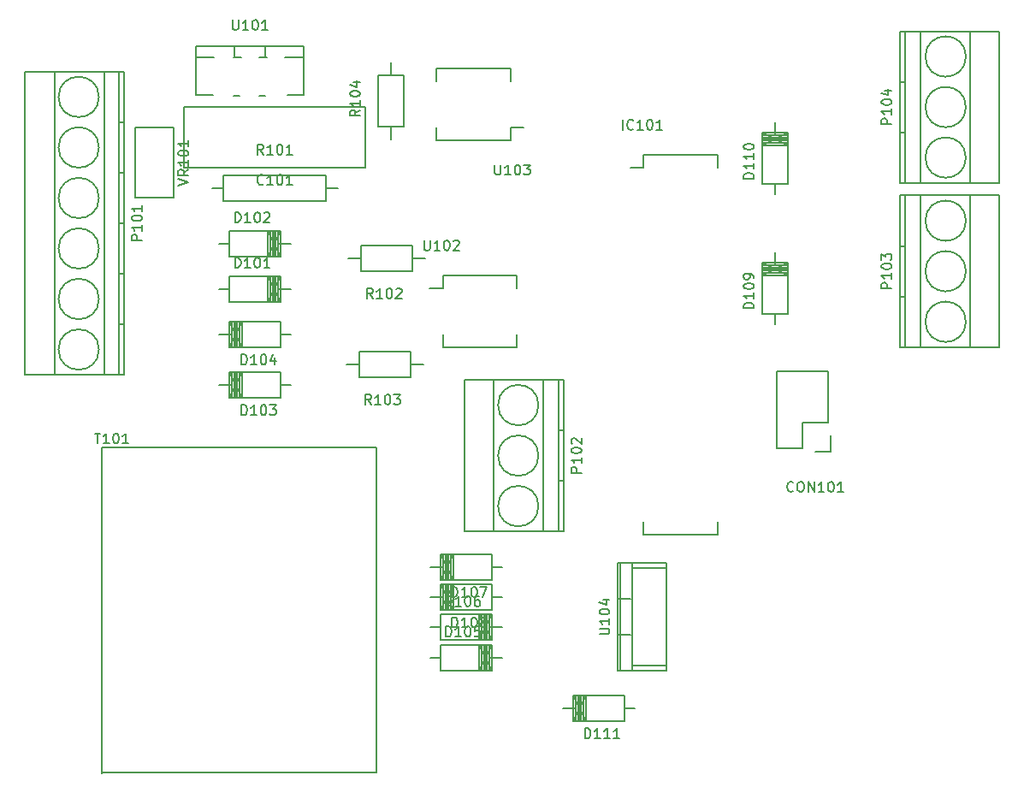
<source format=gbr>
G04 #@! TF.FileFunction,Legend,Top*
%FSLAX46Y46*%
G04 Gerber Fmt 4.6, Leading zero omitted, Abs format (unit mm)*
G04 Created by KiCad (PCBNEW (2016-04-29 BZR 6716)-stable) date Wed 03 Aug 2016 14:46:39 CEST*
%MOMM*%
%LPD*%
G01*
G04 APERTURE LIST*
%ADD10C,0.100000*%
%ADD11C,0.150000*%
G04 APERTURE END LIST*
D10*
D11*
X129015000Y-113225000D02*
X129015000Y-114495000D01*
X136365000Y-113225000D02*
X136365000Y-114495000D01*
X136365000Y-150835000D02*
X136365000Y-149565000D01*
X129015000Y-150835000D02*
X129015000Y-149565000D01*
X129015000Y-113225000D02*
X136365000Y-113225000D01*
X129015000Y-150835000D02*
X136365000Y-150835000D01*
X129015000Y-114495000D02*
X127730000Y-114495000D01*
X147270000Y-139770000D02*
X147270000Y-134690000D01*
X147550000Y-142590000D02*
X146000000Y-142590000D01*
X144730000Y-142310000D02*
X144730000Y-139770000D01*
X144730000Y-139770000D02*
X147270000Y-139770000D01*
X147270000Y-134690000D02*
X142190000Y-134690000D01*
X142190000Y-134690000D02*
X142190000Y-139770000D01*
X147550000Y-142590000D02*
X147550000Y-141040000D01*
X142190000Y-142310000D02*
X144730000Y-142310000D01*
X142190000Y-139770000D02*
X142190000Y-142310000D01*
X88040000Y-126500000D02*
X87024000Y-126500000D01*
X92866000Y-126500000D02*
X94136000Y-126500000D01*
X92612000Y-127770000D02*
X92612000Y-125230000D01*
X92358000Y-127770000D02*
X92358000Y-125230000D01*
X92104000Y-127770000D02*
X92104000Y-125230000D01*
X92866000Y-127770000D02*
X92866000Y-125230000D01*
X91850000Y-127770000D02*
X93120000Y-125230000D01*
X93120000Y-127770000D02*
X91850000Y-125230000D01*
X91850000Y-127770000D02*
X91850000Y-125230000D01*
X92485000Y-127770000D02*
X92485000Y-125230000D01*
X93120000Y-125230000D02*
X93120000Y-127770000D01*
X93120000Y-127770000D02*
X88040000Y-127770000D01*
X88040000Y-127770000D02*
X88040000Y-125230000D01*
X88040000Y-125230000D02*
X93120000Y-125230000D01*
X88040000Y-122000000D02*
X87024000Y-122000000D01*
X92866000Y-122000000D02*
X94136000Y-122000000D01*
X92612000Y-123270000D02*
X92612000Y-120730000D01*
X92358000Y-123270000D02*
X92358000Y-120730000D01*
X92104000Y-123270000D02*
X92104000Y-120730000D01*
X92866000Y-123270000D02*
X92866000Y-120730000D01*
X91850000Y-123270000D02*
X93120000Y-120730000D01*
X93120000Y-123270000D02*
X91850000Y-120730000D01*
X91850000Y-123270000D02*
X91850000Y-120730000D01*
X92485000Y-123270000D02*
X92485000Y-120730000D01*
X93120000Y-120730000D02*
X93120000Y-123270000D01*
X93120000Y-123270000D02*
X88040000Y-123270000D01*
X88040000Y-123270000D02*
X88040000Y-120730000D01*
X88040000Y-120730000D02*
X93120000Y-120730000D01*
X93120000Y-135997460D02*
X94136000Y-135997460D01*
X88294000Y-135997460D02*
X87024000Y-135997460D01*
X88548000Y-134727460D02*
X88548000Y-137267460D01*
X88802000Y-134727460D02*
X88802000Y-137267460D01*
X89056000Y-134727460D02*
X89056000Y-137267460D01*
X88294000Y-134727460D02*
X88294000Y-137267460D01*
X89310000Y-134727460D02*
X88040000Y-137267460D01*
X88040000Y-134727460D02*
X89310000Y-137267460D01*
X89310000Y-134727460D02*
X89310000Y-137267460D01*
X88675000Y-134727460D02*
X88675000Y-137267460D01*
X88040000Y-137267460D02*
X88040000Y-134727460D01*
X88040000Y-134727460D02*
X93120000Y-134727460D01*
X93120000Y-134727460D02*
X93120000Y-137267460D01*
X93120000Y-137267460D02*
X88040000Y-137267460D01*
X93120000Y-130997460D02*
X94136000Y-130997460D01*
X88294000Y-130997460D02*
X87024000Y-130997460D01*
X88548000Y-129727460D02*
X88548000Y-132267460D01*
X88802000Y-129727460D02*
X88802000Y-132267460D01*
X89056000Y-129727460D02*
X89056000Y-132267460D01*
X88294000Y-129727460D02*
X88294000Y-132267460D01*
X89310000Y-129727460D02*
X88040000Y-132267460D01*
X88040000Y-129727460D02*
X89310000Y-132267460D01*
X89310000Y-129727460D02*
X89310000Y-132267460D01*
X88675000Y-129727460D02*
X88675000Y-132267460D01*
X88040000Y-132267460D02*
X88040000Y-129727460D01*
X88040000Y-129727460D02*
X93120000Y-129727460D01*
X93120000Y-129727460D02*
X93120000Y-132267460D01*
X93120000Y-132267460D02*
X88040000Y-132267460D01*
X108880000Y-163000000D02*
X107864000Y-163000000D01*
X113706000Y-163000000D02*
X114976000Y-163000000D01*
X113452000Y-164270000D02*
X113452000Y-161730000D01*
X113198000Y-164270000D02*
X113198000Y-161730000D01*
X112944000Y-164270000D02*
X112944000Y-161730000D01*
X113706000Y-164270000D02*
X113706000Y-161730000D01*
X112690000Y-164270000D02*
X113960000Y-161730000D01*
X113960000Y-164270000D02*
X112690000Y-161730000D01*
X112690000Y-164270000D02*
X112690000Y-161730000D01*
X113325000Y-164270000D02*
X113325000Y-161730000D01*
X113960000Y-161730000D02*
X113960000Y-164270000D01*
X113960000Y-164270000D02*
X108880000Y-164270000D01*
X108880000Y-164270000D02*
X108880000Y-161730000D01*
X108880000Y-161730000D02*
X113960000Y-161730000D01*
X108880000Y-160000000D02*
X107864000Y-160000000D01*
X113706000Y-160000000D02*
X114976000Y-160000000D01*
X113452000Y-161270000D02*
X113452000Y-158730000D01*
X113198000Y-161270000D02*
X113198000Y-158730000D01*
X112944000Y-161270000D02*
X112944000Y-158730000D01*
X113706000Y-161270000D02*
X113706000Y-158730000D01*
X112690000Y-161270000D02*
X113960000Y-158730000D01*
X113960000Y-161270000D02*
X112690000Y-158730000D01*
X112690000Y-161270000D02*
X112690000Y-158730000D01*
X113325000Y-161270000D02*
X113325000Y-158730000D01*
X113960000Y-158730000D02*
X113960000Y-161270000D01*
X113960000Y-161270000D02*
X108880000Y-161270000D01*
X108880000Y-161270000D02*
X108880000Y-158730000D01*
X108880000Y-158730000D02*
X113960000Y-158730000D01*
X113960000Y-154000000D02*
X114976000Y-154000000D01*
X109134000Y-154000000D02*
X107864000Y-154000000D01*
X109388000Y-152730000D02*
X109388000Y-155270000D01*
X109642000Y-152730000D02*
X109642000Y-155270000D01*
X109896000Y-152730000D02*
X109896000Y-155270000D01*
X109134000Y-152730000D02*
X109134000Y-155270000D01*
X110150000Y-152730000D02*
X108880000Y-155270000D01*
X108880000Y-152730000D02*
X110150000Y-155270000D01*
X110150000Y-152730000D02*
X110150000Y-155270000D01*
X109515000Y-152730000D02*
X109515000Y-155270000D01*
X108880000Y-155270000D02*
X108880000Y-152730000D01*
X108880000Y-152730000D02*
X113960000Y-152730000D01*
X113960000Y-152730000D02*
X113960000Y-155270000D01*
X113960000Y-155270000D02*
X108880000Y-155270000D01*
X113960000Y-157002540D02*
X114976000Y-157002540D01*
X109134000Y-157002540D02*
X107864000Y-157002540D01*
X109388000Y-155732540D02*
X109388000Y-158272540D01*
X109642000Y-155732540D02*
X109642000Y-158272540D01*
X109896000Y-155732540D02*
X109896000Y-158272540D01*
X109134000Y-155732540D02*
X109134000Y-158272540D01*
X110150000Y-155732540D02*
X108880000Y-158272540D01*
X108880000Y-155732540D02*
X110150000Y-158272540D01*
X110150000Y-155732540D02*
X110150000Y-158272540D01*
X109515000Y-155732540D02*
X109515000Y-158272540D01*
X108880000Y-158272540D02*
X108880000Y-155732540D01*
X108880000Y-155732540D02*
X113960000Y-155732540D01*
X113960000Y-155732540D02*
X113960000Y-158272540D01*
X113960000Y-158272540D02*
X108880000Y-158272540D01*
X142000000Y-128960000D02*
X142000000Y-129976000D01*
X142000000Y-124134000D02*
X142000000Y-122864000D01*
X143270000Y-124388000D02*
X140730000Y-124388000D01*
X143270000Y-124642000D02*
X140730000Y-124642000D01*
X143270000Y-124896000D02*
X140730000Y-124896000D01*
X143270000Y-124134000D02*
X140730000Y-124134000D01*
X143270000Y-125150000D02*
X140730000Y-123880000D01*
X143270000Y-123880000D02*
X140730000Y-125150000D01*
X143270000Y-125150000D02*
X140730000Y-125150000D01*
X143270000Y-124515000D02*
X140730000Y-124515000D01*
X140730000Y-123880000D02*
X143270000Y-123880000D01*
X143270000Y-123880000D02*
X143270000Y-128960000D01*
X143270000Y-128960000D02*
X140730000Y-128960000D01*
X140730000Y-128960000D02*
X140730000Y-123880000D01*
X142002540Y-116120000D02*
X142002540Y-117136000D01*
X142002540Y-111294000D02*
X142002540Y-110024000D01*
X143272540Y-111548000D02*
X140732540Y-111548000D01*
X143272540Y-111802000D02*
X140732540Y-111802000D01*
X143272540Y-112056000D02*
X140732540Y-112056000D01*
X143272540Y-111294000D02*
X140732540Y-111294000D01*
X143272540Y-112310000D02*
X140732540Y-111040000D01*
X143272540Y-111040000D02*
X140732540Y-112310000D01*
X143272540Y-112310000D02*
X140732540Y-112310000D01*
X143272540Y-111675000D02*
X140732540Y-111675000D01*
X140732540Y-111040000D02*
X143272540Y-111040000D01*
X143272540Y-111040000D02*
X143272540Y-116120000D01*
X143272540Y-116120000D02*
X140732540Y-116120000D01*
X140732540Y-116120000D02*
X140732540Y-111040000D01*
X106120000Y-124770000D02*
X101040000Y-124770000D01*
X101040000Y-124770000D02*
X101040000Y-122230000D01*
X101040000Y-122230000D02*
X106120000Y-122230000D01*
X106120000Y-122230000D02*
X106120000Y-124770000D01*
X106120000Y-123500000D02*
X107390000Y-123500000D01*
X101040000Y-123500000D02*
X99770000Y-123500000D01*
X105960000Y-135270000D02*
X100880000Y-135270000D01*
X100880000Y-135270000D02*
X100880000Y-132730000D01*
X100880000Y-132730000D02*
X105960000Y-132730000D01*
X105960000Y-132730000D02*
X105960000Y-135270000D01*
X105960000Y-134000000D02*
X107230000Y-134000000D01*
X100880000Y-134000000D02*
X99610000Y-134000000D01*
X102730000Y-110460000D02*
X102730000Y-105380000D01*
X102730000Y-105380000D02*
X105270000Y-105380000D01*
X105270000Y-105380000D02*
X105270000Y-110460000D01*
X105270000Y-110460000D02*
X102730000Y-110460000D01*
X104000000Y-110460000D02*
X104000000Y-111730000D01*
X104000000Y-105380000D02*
X104000000Y-104110000D01*
X82500000Y-117500000D02*
X82500000Y-110500000D01*
X78700000Y-117500000D02*
X78700000Y-110500000D01*
X78700000Y-110500000D02*
X82500000Y-110500000D01*
X78700000Y-117500000D02*
X82500000Y-117500000D01*
X75100000Y-107500000D02*
G75*
G03X75100000Y-107500000I-2000000J0D01*
G01*
X77100000Y-110000000D02*
X77600000Y-110000000D01*
X77100000Y-115000000D02*
X77600000Y-115000000D01*
X75100000Y-112500000D02*
G75*
G03X75100000Y-112500000I-2000000J0D01*
G01*
X77100000Y-120000000D02*
X77600000Y-120000000D01*
X75100000Y-117500000D02*
G75*
G03X75100000Y-117500000I-2000000J0D01*
G01*
X75100000Y-122500000D02*
G75*
G03X75100000Y-122500000I-2000000J0D01*
G01*
X77100000Y-125000000D02*
X77600000Y-125000000D01*
X77100000Y-130000000D02*
X77600000Y-130000000D01*
X75100000Y-127500000D02*
G75*
G03X75100000Y-127500000I-2000000J0D01*
G01*
X75100000Y-132500000D02*
G75*
G03X75100000Y-132500000I-2000000J0D01*
G01*
X75600000Y-135000000D02*
X75600000Y-105000000D01*
X70700000Y-135000000D02*
X70700000Y-105000000D01*
X77100000Y-135000000D02*
X77100000Y-105000000D01*
X77600000Y-135000000D02*
X77600000Y-105000000D01*
X77600000Y-105000000D02*
X67800000Y-105000000D01*
X67800000Y-105000000D02*
X67800000Y-135000000D01*
X67800000Y-135000000D02*
X77600000Y-135000000D01*
X95374000Y-103595000D02*
X93469000Y-103595000D01*
X90929000Y-103595000D02*
X91691000Y-103595000D01*
X88516000Y-103595000D02*
X88389000Y-103595000D01*
X88516000Y-103595000D02*
X89151000Y-103595000D01*
X84706000Y-103595000D02*
X86484000Y-103595000D01*
X84706000Y-107278000D02*
X86357000Y-107278000D01*
X89024000Y-107405000D02*
X88389000Y-107405000D01*
X91564000Y-107405000D02*
X90929000Y-107405000D01*
X95374000Y-107278000D02*
X93723000Y-107278000D01*
X88516000Y-102452000D02*
X88516000Y-103595000D01*
X91564000Y-102452000D02*
X91564000Y-103595000D01*
X95374000Y-103595000D02*
X95374000Y-107278000D01*
X84706000Y-107278000D02*
X84706000Y-103595000D01*
X95374000Y-102452000D02*
X95374000Y-103595000D01*
X84706000Y-103595000D02*
X84706000Y-102452000D01*
X90040000Y-102452000D02*
X84706000Y-102452000D01*
X90040000Y-102452000D02*
X95374000Y-102452000D01*
X109135000Y-125165000D02*
X109135000Y-126435000D01*
X116485000Y-125165000D02*
X116485000Y-126435000D01*
X116485000Y-132295000D02*
X116485000Y-131025000D01*
X109135000Y-132295000D02*
X109135000Y-131025000D01*
X109135000Y-125165000D02*
X116485000Y-125165000D01*
X109135000Y-132295000D02*
X116485000Y-132295000D01*
X109135000Y-126435000D02*
X107850000Y-126435000D01*
X115865000Y-111835000D02*
X115865000Y-110565000D01*
X108515000Y-111835000D02*
X108515000Y-110565000D01*
X108515000Y-104705000D02*
X108515000Y-105975000D01*
X115865000Y-104705000D02*
X115865000Y-105975000D01*
X115865000Y-111835000D02*
X108515000Y-111835000D01*
X115865000Y-104705000D02*
X108515000Y-104705000D01*
X115865000Y-110565000D02*
X117150000Y-110565000D01*
X101500000Y-114500000D02*
X83500000Y-114500000D01*
X83500000Y-114500000D02*
X83500000Y-108500000D01*
X83500000Y-108500000D02*
X101500000Y-108500000D01*
X101500000Y-108500000D02*
X101500000Y-114500000D01*
X87420000Y-115230000D02*
X87420000Y-117770000D01*
X87420000Y-117770000D02*
X97580000Y-117770000D01*
X97580000Y-117770000D02*
X97580000Y-115230000D01*
X97580000Y-115230000D02*
X87420000Y-115230000D01*
X98730000Y-116500000D02*
X97580000Y-116500000D01*
X86270000Y-116500000D02*
X87420000Y-116500000D01*
X118600000Y-138000000D02*
G75*
G03X118600000Y-138000000I-2000000J0D01*
G01*
X120600000Y-140500000D02*
X121100000Y-140500000D01*
X120600000Y-145500000D02*
X121100000Y-145500000D01*
X118600000Y-143000000D02*
G75*
G03X118600000Y-143000000I-2000000J0D01*
G01*
X118600000Y-148000000D02*
G75*
G03X118600000Y-148000000I-2000000J0D01*
G01*
X119100000Y-150500000D02*
X119100000Y-135500000D01*
X114200000Y-150500000D02*
X114200000Y-135500000D01*
X120600000Y-150500000D02*
X120600000Y-135500000D01*
X121100000Y-150500000D02*
X121100000Y-135500000D01*
X121100000Y-135500000D02*
X111300000Y-135500000D01*
X111300000Y-135500000D02*
X111300000Y-150500000D01*
X111300000Y-150500000D02*
X121100000Y-150500000D01*
X160900000Y-129750000D02*
G75*
G03X160900000Y-129750000I-2000000J0D01*
G01*
X154900000Y-127250000D02*
X154400000Y-127250000D01*
X154900000Y-122250000D02*
X154400000Y-122250000D01*
X160900000Y-124750000D02*
G75*
G03X160900000Y-124750000I-2000000J0D01*
G01*
X160900000Y-119750000D02*
G75*
G03X160900000Y-119750000I-2000000J0D01*
G01*
X156400000Y-117250000D02*
X156400000Y-132250000D01*
X161300000Y-117250000D02*
X161300000Y-132250000D01*
X154900000Y-117250000D02*
X154900000Y-132250000D01*
X154400000Y-117250000D02*
X154400000Y-132250000D01*
X154400000Y-132250000D02*
X164200000Y-132250000D01*
X164200000Y-132250000D02*
X164200000Y-117250000D01*
X164200000Y-117250000D02*
X154400000Y-117250000D01*
X160900000Y-113500000D02*
G75*
G03X160900000Y-113500000I-2000000J0D01*
G01*
X154900000Y-111000000D02*
X154400000Y-111000000D01*
X154900000Y-106000000D02*
X154400000Y-106000000D01*
X160900000Y-108500000D02*
G75*
G03X160900000Y-108500000I-2000000J0D01*
G01*
X160900000Y-103500000D02*
G75*
G03X160900000Y-103500000I-2000000J0D01*
G01*
X156400000Y-101000000D02*
X156400000Y-116000000D01*
X161300000Y-101000000D02*
X161300000Y-116000000D01*
X154900000Y-101000000D02*
X154900000Y-116000000D01*
X154400000Y-101000000D02*
X154400000Y-116000000D01*
X154400000Y-116000000D02*
X164200000Y-116000000D01*
X164200000Y-116000000D02*
X164200000Y-101000000D01*
X164200000Y-101000000D02*
X154400000Y-101000000D01*
X127120000Y-168000000D02*
X128136000Y-168000000D01*
X122294000Y-168000000D02*
X121024000Y-168000000D01*
X122548000Y-166730000D02*
X122548000Y-169270000D01*
X122802000Y-166730000D02*
X122802000Y-169270000D01*
X123056000Y-166730000D02*
X123056000Y-169270000D01*
X122294000Y-166730000D02*
X122294000Y-169270000D01*
X123310000Y-166730000D02*
X122040000Y-169270000D01*
X122040000Y-166730000D02*
X123310000Y-169270000D01*
X123310000Y-166730000D02*
X123310000Y-169270000D01*
X122675000Y-166730000D02*
X122675000Y-169270000D01*
X122040000Y-169270000D02*
X122040000Y-166730000D01*
X122040000Y-166730000D02*
X127120000Y-166730000D01*
X127120000Y-166730000D02*
X127120000Y-169270000D01*
X127120000Y-169270000D02*
X122040000Y-169270000D01*
X127849000Y-154134000D02*
X131278000Y-154134000D01*
X127849000Y-163786000D02*
X131278000Y-163786000D01*
X126706000Y-153626000D02*
X126706000Y-164294000D01*
X127722000Y-157182000D02*
X126452000Y-157182000D01*
X127722000Y-160738000D02*
X126452000Y-160738000D01*
X127849000Y-164294000D02*
X127849000Y-153626000D01*
X131278000Y-153626000D02*
X131278000Y-164294000D01*
X126452000Y-164294000D02*
X131278000Y-164294000D01*
X126452000Y-153626000D02*
X131278000Y-153626000D01*
X126452000Y-153626000D02*
X126452000Y-164294000D01*
X102600000Y-174350000D02*
X75400000Y-174350000D01*
X102600000Y-142150000D02*
X102600000Y-174350000D01*
X75400000Y-142150000D02*
X102600000Y-142150000D01*
X75400000Y-174450000D02*
X75400000Y-142150000D01*
X126951428Y-110752380D02*
X126951428Y-109752380D01*
X127999047Y-110657142D02*
X127951428Y-110704761D01*
X127808571Y-110752380D01*
X127713333Y-110752380D01*
X127570476Y-110704761D01*
X127475238Y-110609523D01*
X127427619Y-110514285D01*
X127380000Y-110323809D01*
X127380000Y-110180952D01*
X127427619Y-109990476D01*
X127475238Y-109895238D01*
X127570476Y-109800000D01*
X127713333Y-109752380D01*
X127808571Y-109752380D01*
X127951428Y-109800000D01*
X127999047Y-109847619D01*
X128951428Y-110752380D02*
X128380000Y-110752380D01*
X128665714Y-110752380D02*
X128665714Y-109752380D01*
X128570476Y-109895238D01*
X128475238Y-109990476D01*
X128380000Y-110038095D01*
X129570476Y-109752380D02*
X129665714Y-109752380D01*
X129760952Y-109800000D01*
X129808571Y-109847619D01*
X129856190Y-109942857D01*
X129903809Y-110133333D01*
X129903809Y-110371428D01*
X129856190Y-110561904D01*
X129808571Y-110657142D01*
X129760952Y-110704761D01*
X129665714Y-110752380D01*
X129570476Y-110752380D01*
X129475238Y-110704761D01*
X129427619Y-110657142D01*
X129380000Y-110561904D01*
X129332380Y-110371428D01*
X129332380Y-110133333D01*
X129380000Y-109942857D01*
X129427619Y-109847619D01*
X129475238Y-109800000D01*
X129570476Y-109752380D01*
X130856190Y-110752380D02*
X130284761Y-110752380D01*
X130570476Y-110752380D02*
X130570476Y-109752380D01*
X130475238Y-109895238D01*
X130380000Y-109990476D01*
X130284761Y-110038095D01*
X143833333Y-146497142D02*
X143785714Y-146544761D01*
X143642857Y-146592380D01*
X143547619Y-146592380D01*
X143404761Y-146544761D01*
X143309523Y-146449523D01*
X143261904Y-146354285D01*
X143214285Y-146163809D01*
X143214285Y-146020952D01*
X143261904Y-145830476D01*
X143309523Y-145735238D01*
X143404761Y-145640000D01*
X143547619Y-145592380D01*
X143642857Y-145592380D01*
X143785714Y-145640000D01*
X143833333Y-145687619D01*
X144452380Y-145592380D02*
X144642857Y-145592380D01*
X144738095Y-145640000D01*
X144833333Y-145735238D01*
X144880952Y-145925714D01*
X144880952Y-146259047D01*
X144833333Y-146449523D01*
X144738095Y-146544761D01*
X144642857Y-146592380D01*
X144452380Y-146592380D01*
X144357142Y-146544761D01*
X144261904Y-146449523D01*
X144214285Y-146259047D01*
X144214285Y-145925714D01*
X144261904Y-145735238D01*
X144357142Y-145640000D01*
X144452380Y-145592380D01*
X145309523Y-146592380D02*
X145309523Y-145592380D01*
X145880952Y-146592380D01*
X145880952Y-145592380D01*
X146880952Y-146592380D02*
X146309523Y-146592380D01*
X146595238Y-146592380D02*
X146595238Y-145592380D01*
X146500000Y-145735238D01*
X146404761Y-145830476D01*
X146309523Y-145878095D01*
X147500000Y-145592380D02*
X147595238Y-145592380D01*
X147690476Y-145640000D01*
X147738095Y-145687619D01*
X147785714Y-145782857D01*
X147833333Y-145973333D01*
X147833333Y-146211428D01*
X147785714Y-146401904D01*
X147738095Y-146497142D01*
X147690476Y-146544761D01*
X147595238Y-146592380D01*
X147500000Y-146592380D01*
X147404761Y-146544761D01*
X147357142Y-146497142D01*
X147309523Y-146401904D01*
X147261904Y-146211428D01*
X147261904Y-145973333D01*
X147309523Y-145782857D01*
X147357142Y-145687619D01*
X147404761Y-145640000D01*
X147500000Y-145592380D01*
X148785714Y-146592380D02*
X148214285Y-146592380D01*
X148500000Y-146592380D02*
X148500000Y-145592380D01*
X148404761Y-145735238D01*
X148309523Y-145830476D01*
X148214285Y-145878095D01*
X88582183Y-124412380D02*
X88582183Y-123412380D01*
X88820279Y-123412380D01*
X88963136Y-123460000D01*
X89058374Y-123555238D01*
X89105993Y-123650476D01*
X89153612Y-123840952D01*
X89153612Y-123983809D01*
X89105993Y-124174285D01*
X89058374Y-124269523D01*
X88963136Y-124364761D01*
X88820279Y-124412380D01*
X88582183Y-124412380D01*
X90105993Y-124412380D02*
X89534564Y-124412380D01*
X89820279Y-124412380D02*
X89820279Y-123412380D01*
X89725040Y-123555238D01*
X89629802Y-123650476D01*
X89534564Y-123698095D01*
X90725040Y-123412380D02*
X90820279Y-123412380D01*
X90915517Y-123460000D01*
X90963136Y-123507619D01*
X91010755Y-123602857D01*
X91058374Y-123793333D01*
X91058374Y-124031428D01*
X91010755Y-124221904D01*
X90963136Y-124317142D01*
X90915517Y-124364761D01*
X90820279Y-124412380D01*
X90725040Y-124412380D01*
X90629802Y-124364761D01*
X90582183Y-124317142D01*
X90534564Y-124221904D01*
X90486945Y-124031428D01*
X90486945Y-123793333D01*
X90534564Y-123602857D01*
X90582183Y-123507619D01*
X90629802Y-123460000D01*
X90725040Y-123412380D01*
X92010755Y-124412380D02*
X91439326Y-124412380D01*
X91725040Y-124412380D02*
X91725040Y-123412380D01*
X91629802Y-123555238D01*
X91534564Y-123650476D01*
X91439326Y-123698095D01*
X88582183Y-119912380D02*
X88582183Y-118912380D01*
X88820279Y-118912380D01*
X88963136Y-118960000D01*
X89058374Y-119055238D01*
X89105993Y-119150476D01*
X89153612Y-119340952D01*
X89153612Y-119483809D01*
X89105993Y-119674285D01*
X89058374Y-119769523D01*
X88963136Y-119864761D01*
X88820279Y-119912380D01*
X88582183Y-119912380D01*
X90105993Y-119912380D02*
X89534564Y-119912380D01*
X89820279Y-119912380D02*
X89820279Y-118912380D01*
X89725040Y-119055238D01*
X89629802Y-119150476D01*
X89534564Y-119198095D01*
X90725040Y-118912380D02*
X90820279Y-118912380D01*
X90915517Y-118960000D01*
X90963136Y-119007619D01*
X91010755Y-119102857D01*
X91058374Y-119293333D01*
X91058374Y-119531428D01*
X91010755Y-119721904D01*
X90963136Y-119817142D01*
X90915517Y-119864761D01*
X90820279Y-119912380D01*
X90725040Y-119912380D01*
X90629802Y-119864761D01*
X90582183Y-119817142D01*
X90534564Y-119721904D01*
X90486945Y-119531428D01*
X90486945Y-119293333D01*
X90534564Y-119102857D01*
X90582183Y-119007619D01*
X90629802Y-118960000D01*
X90725040Y-118912380D01*
X91439326Y-119007619D02*
X91486945Y-118960000D01*
X91582183Y-118912380D01*
X91820279Y-118912380D01*
X91915517Y-118960000D01*
X91963136Y-119007619D01*
X92010755Y-119102857D01*
X92010755Y-119198095D01*
X91963136Y-119340952D01*
X91391707Y-119912380D01*
X92010755Y-119912380D01*
X89196863Y-138989840D02*
X89196863Y-137989840D01*
X89434959Y-137989840D01*
X89577816Y-138037460D01*
X89673054Y-138132698D01*
X89720673Y-138227936D01*
X89768292Y-138418412D01*
X89768292Y-138561269D01*
X89720673Y-138751745D01*
X89673054Y-138846983D01*
X89577816Y-138942221D01*
X89434959Y-138989840D01*
X89196863Y-138989840D01*
X90720673Y-138989840D02*
X90149244Y-138989840D01*
X90434959Y-138989840D02*
X90434959Y-137989840D01*
X90339720Y-138132698D01*
X90244482Y-138227936D01*
X90149244Y-138275555D01*
X91339720Y-137989840D02*
X91434959Y-137989840D01*
X91530197Y-138037460D01*
X91577816Y-138085079D01*
X91625435Y-138180317D01*
X91673054Y-138370793D01*
X91673054Y-138608888D01*
X91625435Y-138799364D01*
X91577816Y-138894602D01*
X91530197Y-138942221D01*
X91434959Y-138989840D01*
X91339720Y-138989840D01*
X91244482Y-138942221D01*
X91196863Y-138894602D01*
X91149244Y-138799364D01*
X91101625Y-138608888D01*
X91101625Y-138370793D01*
X91149244Y-138180317D01*
X91196863Y-138085079D01*
X91244482Y-138037460D01*
X91339720Y-137989840D01*
X92006387Y-137989840D02*
X92625435Y-137989840D01*
X92292101Y-138370793D01*
X92434959Y-138370793D01*
X92530197Y-138418412D01*
X92577816Y-138466031D01*
X92625435Y-138561269D01*
X92625435Y-138799364D01*
X92577816Y-138894602D01*
X92530197Y-138942221D01*
X92434959Y-138989840D01*
X92149244Y-138989840D01*
X92054006Y-138942221D01*
X92006387Y-138894602D01*
X89196863Y-133989840D02*
X89196863Y-132989840D01*
X89434959Y-132989840D01*
X89577816Y-133037460D01*
X89673054Y-133132698D01*
X89720673Y-133227936D01*
X89768292Y-133418412D01*
X89768292Y-133561269D01*
X89720673Y-133751745D01*
X89673054Y-133846983D01*
X89577816Y-133942221D01*
X89434959Y-133989840D01*
X89196863Y-133989840D01*
X90720673Y-133989840D02*
X90149244Y-133989840D01*
X90434959Y-133989840D02*
X90434959Y-132989840D01*
X90339720Y-133132698D01*
X90244482Y-133227936D01*
X90149244Y-133275555D01*
X91339720Y-132989840D02*
X91434959Y-132989840D01*
X91530197Y-133037460D01*
X91577816Y-133085079D01*
X91625435Y-133180317D01*
X91673054Y-133370793D01*
X91673054Y-133608888D01*
X91625435Y-133799364D01*
X91577816Y-133894602D01*
X91530197Y-133942221D01*
X91434959Y-133989840D01*
X91339720Y-133989840D01*
X91244482Y-133942221D01*
X91196863Y-133894602D01*
X91149244Y-133799364D01*
X91101625Y-133608888D01*
X91101625Y-133370793D01*
X91149244Y-133180317D01*
X91196863Y-133085079D01*
X91244482Y-133037460D01*
X91339720Y-132989840D01*
X92530197Y-133323174D02*
X92530197Y-133989840D01*
X92292101Y-132942221D02*
X92054006Y-133656507D01*
X92673054Y-133656507D01*
X109422183Y-160912380D02*
X109422183Y-159912380D01*
X109660279Y-159912380D01*
X109803136Y-159960000D01*
X109898374Y-160055238D01*
X109945993Y-160150476D01*
X109993612Y-160340952D01*
X109993612Y-160483809D01*
X109945993Y-160674285D01*
X109898374Y-160769523D01*
X109803136Y-160864761D01*
X109660279Y-160912380D01*
X109422183Y-160912380D01*
X110945993Y-160912380D02*
X110374564Y-160912380D01*
X110660279Y-160912380D02*
X110660279Y-159912380D01*
X110565040Y-160055238D01*
X110469802Y-160150476D01*
X110374564Y-160198095D01*
X111565040Y-159912380D02*
X111660279Y-159912380D01*
X111755517Y-159960000D01*
X111803136Y-160007619D01*
X111850755Y-160102857D01*
X111898374Y-160293333D01*
X111898374Y-160531428D01*
X111850755Y-160721904D01*
X111803136Y-160817142D01*
X111755517Y-160864761D01*
X111660279Y-160912380D01*
X111565040Y-160912380D01*
X111469802Y-160864761D01*
X111422183Y-160817142D01*
X111374564Y-160721904D01*
X111326945Y-160531428D01*
X111326945Y-160293333D01*
X111374564Y-160102857D01*
X111422183Y-160007619D01*
X111469802Y-159960000D01*
X111565040Y-159912380D01*
X112803136Y-159912380D02*
X112326945Y-159912380D01*
X112279326Y-160388571D01*
X112326945Y-160340952D01*
X112422183Y-160293333D01*
X112660279Y-160293333D01*
X112755517Y-160340952D01*
X112803136Y-160388571D01*
X112850755Y-160483809D01*
X112850755Y-160721904D01*
X112803136Y-160817142D01*
X112755517Y-160864761D01*
X112660279Y-160912380D01*
X112422183Y-160912380D01*
X112326945Y-160864761D01*
X112279326Y-160817142D01*
X109422183Y-157912380D02*
X109422183Y-156912380D01*
X109660279Y-156912380D01*
X109803136Y-156960000D01*
X109898374Y-157055238D01*
X109945993Y-157150476D01*
X109993612Y-157340952D01*
X109993612Y-157483809D01*
X109945993Y-157674285D01*
X109898374Y-157769523D01*
X109803136Y-157864761D01*
X109660279Y-157912380D01*
X109422183Y-157912380D01*
X110945993Y-157912380D02*
X110374564Y-157912380D01*
X110660279Y-157912380D02*
X110660279Y-156912380D01*
X110565040Y-157055238D01*
X110469802Y-157150476D01*
X110374564Y-157198095D01*
X111565040Y-156912380D02*
X111660279Y-156912380D01*
X111755517Y-156960000D01*
X111803136Y-157007619D01*
X111850755Y-157102857D01*
X111898374Y-157293333D01*
X111898374Y-157531428D01*
X111850755Y-157721904D01*
X111803136Y-157817142D01*
X111755517Y-157864761D01*
X111660279Y-157912380D01*
X111565040Y-157912380D01*
X111469802Y-157864761D01*
X111422183Y-157817142D01*
X111374564Y-157721904D01*
X111326945Y-157531428D01*
X111326945Y-157293333D01*
X111374564Y-157102857D01*
X111422183Y-157007619D01*
X111469802Y-156960000D01*
X111565040Y-156912380D01*
X112755517Y-156912380D02*
X112565040Y-156912380D01*
X112469802Y-156960000D01*
X112422183Y-157007619D01*
X112326945Y-157150476D01*
X112279326Y-157340952D01*
X112279326Y-157721904D01*
X112326945Y-157817142D01*
X112374564Y-157864761D01*
X112469802Y-157912380D01*
X112660279Y-157912380D01*
X112755517Y-157864761D01*
X112803136Y-157817142D01*
X112850755Y-157721904D01*
X112850755Y-157483809D01*
X112803136Y-157388571D01*
X112755517Y-157340952D01*
X112660279Y-157293333D01*
X112469802Y-157293333D01*
X112374564Y-157340952D01*
X112326945Y-157388571D01*
X112279326Y-157483809D01*
X110036863Y-156992380D02*
X110036863Y-155992380D01*
X110274959Y-155992380D01*
X110417816Y-156040000D01*
X110513054Y-156135238D01*
X110560673Y-156230476D01*
X110608292Y-156420952D01*
X110608292Y-156563809D01*
X110560673Y-156754285D01*
X110513054Y-156849523D01*
X110417816Y-156944761D01*
X110274959Y-156992380D01*
X110036863Y-156992380D01*
X111560673Y-156992380D02*
X110989244Y-156992380D01*
X111274959Y-156992380D02*
X111274959Y-155992380D01*
X111179720Y-156135238D01*
X111084482Y-156230476D01*
X110989244Y-156278095D01*
X112179720Y-155992380D02*
X112274959Y-155992380D01*
X112370197Y-156040000D01*
X112417816Y-156087619D01*
X112465435Y-156182857D01*
X112513054Y-156373333D01*
X112513054Y-156611428D01*
X112465435Y-156801904D01*
X112417816Y-156897142D01*
X112370197Y-156944761D01*
X112274959Y-156992380D01*
X112179720Y-156992380D01*
X112084482Y-156944761D01*
X112036863Y-156897142D01*
X111989244Y-156801904D01*
X111941625Y-156611428D01*
X111941625Y-156373333D01*
X111989244Y-156182857D01*
X112036863Y-156087619D01*
X112084482Y-156040000D01*
X112179720Y-155992380D01*
X112846387Y-155992380D02*
X113513054Y-155992380D01*
X113084482Y-156992380D01*
X110036863Y-159994920D02*
X110036863Y-158994920D01*
X110274959Y-158994920D01*
X110417816Y-159042540D01*
X110513054Y-159137778D01*
X110560673Y-159233016D01*
X110608292Y-159423492D01*
X110608292Y-159566349D01*
X110560673Y-159756825D01*
X110513054Y-159852063D01*
X110417816Y-159947301D01*
X110274959Y-159994920D01*
X110036863Y-159994920D01*
X111560673Y-159994920D02*
X110989244Y-159994920D01*
X111274959Y-159994920D02*
X111274959Y-158994920D01*
X111179720Y-159137778D01*
X111084482Y-159233016D01*
X110989244Y-159280635D01*
X112179720Y-158994920D02*
X112274959Y-158994920D01*
X112370197Y-159042540D01*
X112417816Y-159090159D01*
X112465435Y-159185397D01*
X112513054Y-159375873D01*
X112513054Y-159613968D01*
X112465435Y-159804444D01*
X112417816Y-159899682D01*
X112370197Y-159947301D01*
X112274959Y-159994920D01*
X112179720Y-159994920D01*
X112084482Y-159947301D01*
X112036863Y-159899682D01*
X111989244Y-159804444D01*
X111941625Y-159613968D01*
X111941625Y-159375873D01*
X111989244Y-159185397D01*
X112036863Y-159090159D01*
X112084482Y-159042540D01*
X112179720Y-158994920D01*
X113084482Y-159423492D02*
X112989244Y-159375873D01*
X112941625Y-159328254D01*
X112894006Y-159233016D01*
X112894006Y-159185397D01*
X112941625Y-159090159D01*
X112989244Y-159042540D01*
X113084482Y-158994920D01*
X113274959Y-158994920D01*
X113370197Y-159042540D01*
X113417816Y-159090159D01*
X113465435Y-159185397D01*
X113465435Y-159233016D01*
X113417816Y-159328254D01*
X113370197Y-159375873D01*
X113274959Y-159423492D01*
X113084482Y-159423492D01*
X112989244Y-159471111D01*
X112941625Y-159518730D01*
X112894006Y-159613968D01*
X112894006Y-159804444D01*
X112941625Y-159899682D01*
X112989244Y-159947301D01*
X113084482Y-159994920D01*
X113274959Y-159994920D01*
X113370197Y-159947301D01*
X113417816Y-159899682D01*
X113465435Y-159804444D01*
X113465435Y-159613968D01*
X113417816Y-159518730D01*
X113370197Y-159471111D01*
X113274959Y-159423492D01*
X139912380Y-128417816D02*
X138912380Y-128417816D01*
X138912380Y-128179720D01*
X138960000Y-128036863D01*
X139055238Y-127941625D01*
X139150476Y-127894006D01*
X139340952Y-127846387D01*
X139483809Y-127846387D01*
X139674285Y-127894006D01*
X139769523Y-127941625D01*
X139864761Y-128036863D01*
X139912380Y-128179720D01*
X139912380Y-128417816D01*
X139912380Y-126894006D02*
X139912380Y-127465435D01*
X139912380Y-127179720D02*
X138912380Y-127179720D01*
X139055238Y-127274959D01*
X139150476Y-127370197D01*
X139198095Y-127465435D01*
X138912380Y-126274959D02*
X138912380Y-126179720D01*
X138960000Y-126084482D01*
X139007619Y-126036863D01*
X139102857Y-125989244D01*
X139293333Y-125941625D01*
X139531428Y-125941625D01*
X139721904Y-125989244D01*
X139817142Y-126036863D01*
X139864761Y-126084482D01*
X139912380Y-126179720D01*
X139912380Y-126274959D01*
X139864761Y-126370197D01*
X139817142Y-126417816D01*
X139721904Y-126465435D01*
X139531428Y-126513054D01*
X139293333Y-126513054D01*
X139102857Y-126465435D01*
X139007619Y-126417816D01*
X138960000Y-126370197D01*
X138912380Y-126274959D01*
X139912380Y-125465435D02*
X139912380Y-125274959D01*
X139864761Y-125179720D01*
X139817142Y-125132101D01*
X139674285Y-125036863D01*
X139483809Y-124989244D01*
X139102857Y-124989244D01*
X139007619Y-125036863D01*
X138960000Y-125084482D01*
X138912380Y-125179720D01*
X138912380Y-125370197D01*
X138960000Y-125465435D01*
X139007619Y-125513054D01*
X139102857Y-125560673D01*
X139340952Y-125560673D01*
X139436190Y-125513054D01*
X139483809Y-125465435D01*
X139531428Y-125370197D01*
X139531428Y-125179720D01*
X139483809Y-125084482D01*
X139436190Y-125036863D01*
X139340952Y-124989244D01*
X139914920Y-115577816D02*
X138914920Y-115577816D01*
X138914920Y-115339720D01*
X138962540Y-115196863D01*
X139057778Y-115101625D01*
X139153016Y-115054006D01*
X139343492Y-115006387D01*
X139486349Y-115006387D01*
X139676825Y-115054006D01*
X139772063Y-115101625D01*
X139867301Y-115196863D01*
X139914920Y-115339720D01*
X139914920Y-115577816D01*
X139914920Y-114054006D02*
X139914920Y-114625435D01*
X139914920Y-114339720D02*
X138914920Y-114339720D01*
X139057778Y-114434959D01*
X139153016Y-114530197D01*
X139200635Y-114625435D01*
X139914920Y-113101625D02*
X139914920Y-113673054D01*
X139914920Y-113387340D02*
X138914920Y-113387340D01*
X139057778Y-113482578D01*
X139153016Y-113577816D01*
X139200635Y-113673054D01*
X138914920Y-112482578D02*
X138914920Y-112387340D01*
X138962540Y-112292101D01*
X139010159Y-112244482D01*
X139105397Y-112196863D01*
X139295873Y-112149244D01*
X139533968Y-112149244D01*
X139724444Y-112196863D01*
X139819682Y-112244482D01*
X139867301Y-112292101D01*
X139914920Y-112387340D01*
X139914920Y-112482578D01*
X139867301Y-112577816D01*
X139819682Y-112625435D01*
X139724444Y-112673054D01*
X139533968Y-112720673D01*
X139295873Y-112720673D01*
X139105397Y-112673054D01*
X139010159Y-112625435D01*
X138962540Y-112577816D01*
X138914920Y-112482578D01*
X102212032Y-127452500D02*
X101878699Y-126976310D01*
X101640603Y-127452500D02*
X101640603Y-126452500D01*
X102021556Y-126452500D01*
X102116794Y-126500120D01*
X102164413Y-126547739D01*
X102212032Y-126642977D01*
X102212032Y-126785834D01*
X102164413Y-126881072D01*
X102116794Y-126928691D01*
X102021556Y-126976310D01*
X101640603Y-126976310D01*
X103164413Y-127452500D02*
X102592984Y-127452500D01*
X102878699Y-127452500D02*
X102878699Y-126452500D01*
X102783460Y-126595358D01*
X102688222Y-126690596D01*
X102592984Y-126738215D01*
X103783460Y-126452500D02*
X103878699Y-126452500D01*
X103973937Y-126500120D01*
X104021556Y-126547739D01*
X104069175Y-126642977D01*
X104116794Y-126833453D01*
X104116794Y-127071548D01*
X104069175Y-127262024D01*
X104021556Y-127357262D01*
X103973937Y-127404881D01*
X103878699Y-127452500D01*
X103783460Y-127452500D01*
X103688222Y-127404881D01*
X103640603Y-127357262D01*
X103592984Y-127262024D01*
X103545365Y-127071548D01*
X103545365Y-126833453D01*
X103592984Y-126642977D01*
X103640603Y-126547739D01*
X103688222Y-126500120D01*
X103783460Y-126452500D01*
X104497746Y-126547739D02*
X104545365Y-126500120D01*
X104640603Y-126452500D01*
X104878699Y-126452500D01*
X104973937Y-126500120D01*
X105021556Y-126547739D01*
X105069175Y-126642977D01*
X105069175Y-126738215D01*
X105021556Y-126881072D01*
X104450127Y-127452500D01*
X105069175Y-127452500D01*
X102052032Y-137952500D02*
X101718699Y-137476310D01*
X101480603Y-137952500D02*
X101480603Y-136952500D01*
X101861556Y-136952500D01*
X101956794Y-137000120D01*
X102004413Y-137047739D01*
X102052032Y-137142977D01*
X102052032Y-137285834D01*
X102004413Y-137381072D01*
X101956794Y-137428691D01*
X101861556Y-137476310D01*
X101480603Y-137476310D01*
X103004413Y-137952500D02*
X102432984Y-137952500D01*
X102718699Y-137952500D02*
X102718699Y-136952500D01*
X102623460Y-137095358D01*
X102528222Y-137190596D01*
X102432984Y-137238215D01*
X103623460Y-136952500D02*
X103718699Y-136952500D01*
X103813937Y-137000120D01*
X103861556Y-137047739D01*
X103909175Y-137142977D01*
X103956794Y-137333453D01*
X103956794Y-137571548D01*
X103909175Y-137762024D01*
X103861556Y-137857262D01*
X103813937Y-137904881D01*
X103718699Y-137952500D01*
X103623460Y-137952500D01*
X103528222Y-137904881D01*
X103480603Y-137857262D01*
X103432984Y-137762024D01*
X103385365Y-137571548D01*
X103385365Y-137333453D01*
X103432984Y-137142977D01*
X103480603Y-137047739D01*
X103528222Y-137000120D01*
X103623460Y-136952500D01*
X104290127Y-136952500D02*
X104909175Y-136952500D01*
X104575841Y-137333453D01*
X104718699Y-137333453D01*
X104813937Y-137381072D01*
X104861556Y-137428691D01*
X104909175Y-137523929D01*
X104909175Y-137762024D01*
X104861556Y-137857262D01*
X104813937Y-137904881D01*
X104718699Y-137952500D01*
X104432984Y-137952500D01*
X104337746Y-137904881D01*
X104290127Y-137857262D01*
X100952260Y-108790127D02*
X100476070Y-109123460D01*
X100952260Y-109361556D02*
X99952260Y-109361556D01*
X99952260Y-108980603D01*
X99999880Y-108885365D01*
X100047499Y-108837746D01*
X100142737Y-108790127D01*
X100285594Y-108790127D01*
X100380832Y-108837746D01*
X100428451Y-108885365D01*
X100476070Y-108980603D01*
X100476070Y-109361556D01*
X100952260Y-107837746D02*
X100952260Y-108409175D01*
X100952260Y-108123460D02*
X99952260Y-108123460D01*
X100095118Y-108218699D01*
X100190356Y-108313937D01*
X100237975Y-108409175D01*
X99952260Y-107218699D02*
X99952260Y-107123460D01*
X99999880Y-107028222D01*
X100047499Y-106980603D01*
X100142737Y-106932984D01*
X100333213Y-106885365D01*
X100571308Y-106885365D01*
X100761784Y-106932984D01*
X100857022Y-106980603D01*
X100904641Y-107028222D01*
X100952260Y-107123460D01*
X100952260Y-107218699D01*
X100904641Y-107313937D01*
X100857022Y-107361556D01*
X100761784Y-107409175D01*
X100571308Y-107456794D01*
X100333213Y-107456794D01*
X100142737Y-107409175D01*
X100047499Y-107361556D01*
X99999880Y-107313937D01*
X99952260Y-107218699D01*
X100285594Y-106028222D02*
X100952260Y-106028222D01*
X99904641Y-106266318D02*
X100618927Y-106504413D01*
X100618927Y-105885365D01*
X82952380Y-116261904D02*
X83952380Y-115928571D01*
X82952380Y-115595238D01*
X83952380Y-114690476D02*
X83476190Y-115023809D01*
X83952380Y-115261904D02*
X82952380Y-115261904D01*
X82952380Y-114880952D01*
X83000000Y-114785714D01*
X83047619Y-114738095D01*
X83142857Y-114690476D01*
X83285714Y-114690476D01*
X83380952Y-114738095D01*
X83428571Y-114785714D01*
X83476190Y-114880952D01*
X83476190Y-115261904D01*
X83952380Y-113738095D02*
X83952380Y-114309523D01*
X83952380Y-114023809D02*
X82952380Y-114023809D01*
X83095238Y-114119047D01*
X83190476Y-114214285D01*
X83238095Y-114309523D01*
X82952380Y-113119047D02*
X82952380Y-113023809D01*
X83000000Y-112928571D01*
X83047619Y-112880952D01*
X83142857Y-112833333D01*
X83333333Y-112785714D01*
X83571428Y-112785714D01*
X83761904Y-112833333D01*
X83857142Y-112880952D01*
X83904761Y-112928571D01*
X83952380Y-113023809D01*
X83952380Y-113119047D01*
X83904761Y-113214285D01*
X83857142Y-113261904D01*
X83761904Y-113309523D01*
X83571428Y-113357142D01*
X83333333Y-113357142D01*
X83142857Y-113309523D01*
X83047619Y-113261904D01*
X83000000Y-113214285D01*
X82952380Y-113119047D01*
X83952380Y-111833333D02*
X83952380Y-112404761D01*
X83952380Y-112119047D02*
X82952380Y-112119047D01*
X83095238Y-112214285D01*
X83190476Y-112309523D01*
X83238095Y-112404761D01*
X79352380Y-121690476D02*
X78352380Y-121690476D01*
X78352380Y-121309523D01*
X78400000Y-121214285D01*
X78447619Y-121166666D01*
X78542857Y-121119047D01*
X78685714Y-121119047D01*
X78780952Y-121166666D01*
X78828571Y-121214285D01*
X78876190Y-121309523D01*
X78876190Y-121690476D01*
X79352380Y-120166666D02*
X79352380Y-120738095D01*
X79352380Y-120452380D02*
X78352380Y-120452380D01*
X78495238Y-120547619D01*
X78590476Y-120642857D01*
X78638095Y-120738095D01*
X78352380Y-119547619D02*
X78352380Y-119452380D01*
X78400000Y-119357142D01*
X78447619Y-119309523D01*
X78542857Y-119261904D01*
X78733333Y-119214285D01*
X78971428Y-119214285D01*
X79161904Y-119261904D01*
X79257142Y-119309523D01*
X79304761Y-119357142D01*
X79352380Y-119452380D01*
X79352380Y-119547619D01*
X79304761Y-119642857D01*
X79257142Y-119690476D01*
X79161904Y-119738095D01*
X78971428Y-119785714D01*
X78733333Y-119785714D01*
X78542857Y-119738095D01*
X78447619Y-119690476D01*
X78400000Y-119642857D01*
X78352380Y-119547619D01*
X79352380Y-118261904D02*
X79352380Y-118833333D01*
X79352380Y-118547619D02*
X78352380Y-118547619D01*
X78495238Y-118642857D01*
X78590476Y-118738095D01*
X78638095Y-118833333D01*
X88325714Y-99872380D02*
X88325714Y-100681904D01*
X88373333Y-100777142D01*
X88420952Y-100824761D01*
X88516190Y-100872380D01*
X88706666Y-100872380D01*
X88801904Y-100824761D01*
X88849523Y-100777142D01*
X88897142Y-100681904D01*
X88897142Y-99872380D01*
X89897142Y-100872380D02*
X89325714Y-100872380D01*
X89611428Y-100872380D02*
X89611428Y-99872380D01*
X89516190Y-100015238D01*
X89420952Y-100110476D01*
X89325714Y-100158095D01*
X90516190Y-99872380D02*
X90611428Y-99872380D01*
X90706666Y-99920000D01*
X90754285Y-99967619D01*
X90801904Y-100062857D01*
X90849523Y-100253333D01*
X90849523Y-100491428D01*
X90801904Y-100681904D01*
X90754285Y-100777142D01*
X90706666Y-100824761D01*
X90611428Y-100872380D01*
X90516190Y-100872380D01*
X90420952Y-100824761D01*
X90373333Y-100777142D01*
X90325714Y-100681904D01*
X90278095Y-100491428D01*
X90278095Y-100253333D01*
X90325714Y-100062857D01*
X90373333Y-99967619D01*
X90420952Y-99920000D01*
X90516190Y-99872380D01*
X91801904Y-100872380D02*
X91230476Y-100872380D01*
X91516190Y-100872380D02*
X91516190Y-99872380D01*
X91420952Y-100015238D01*
X91325714Y-100110476D01*
X91230476Y-100158095D01*
X107285714Y-121692380D02*
X107285714Y-122501904D01*
X107333333Y-122597142D01*
X107380952Y-122644761D01*
X107476190Y-122692380D01*
X107666666Y-122692380D01*
X107761904Y-122644761D01*
X107809523Y-122597142D01*
X107857142Y-122501904D01*
X107857142Y-121692380D01*
X108857142Y-122692380D02*
X108285714Y-122692380D01*
X108571428Y-122692380D02*
X108571428Y-121692380D01*
X108476190Y-121835238D01*
X108380952Y-121930476D01*
X108285714Y-121978095D01*
X109476190Y-121692380D02*
X109571428Y-121692380D01*
X109666666Y-121740000D01*
X109714285Y-121787619D01*
X109761904Y-121882857D01*
X109809523Y-122073333D01*
X109809523Y-122311428D01*
X109761904Y-122501904D01*
X109714285Y-122597142D01*
X109666666Y-122644761D01*
X109571428Y-122692380D01*
X109476190Y-122692380D01*
X109380952Y-122644761D01*
X109333333Y-122597142D01*
X109285714Y-122501904D01*
X109238095Y-122311428D01*
X109238095Y-122073333D01*
X109285714Y-121882857D01*
X109333333Y-121787619D01*
X109380952Y-121740000D01*
X109476190Y-121692380D01*
X110190476Y-121787619D02*
X110238095Y-121740000D01*
X110333333Y-121692380D01*
X110571428Y-121692380D01*
X110666666Y-121740000D01*
X110714285Y-121787619D01*
X110761904Y-121882857D01*
X110761904Y-121978095D01*
X110714285Y-122120952D01*
X110142857Y-122692380D01*
X110761904Y-122692380D01*
X114285714Y-114212380D02*
X114285714Y-115021904D01*
X114333333Y-115117142D01*
X114380952Y-115164761D01*
X114476190Y-115212380D01*
X114666666Y-115212380D01*
X114761904Y-115164761D01*
X114809523Y-115117142D01*
X114857142Y-115021904D01*
X114857142Y-114212380D01*
X115857142Y-115212380D02*
X115285714Y-115212380D01*
X115571428Y-115212380D02*
X115571428Y-114212380D01*
X115476190Y-114355238D01*
X115380952Y-114450476D01*
X115285714Y-114498095D01*
X116476190Y-114212380D02*
X116571428Y-114212380D01*
X116666666Y-114260000D01*
X116714285Y-114307619D01*
X116761904Y-114402857D01*
X116809523Y-114593333D01*
X116809523Y-114831428D01*
X116761904Y-115021904D01*
X116714285Y-115117142D01*
X116666666Y-115164761D01*
X116571428Y-115212380D01*
X116476190Y-115212380D01*
X116380952Y-115164761D01*
X116333333Y-115117142D01*
X116285714Y-115021904D01*
X116238095Y-114831428D01*
X116238095Y-114593333D01*
X116285714Y-114402857D01*
X116333333Y-114307619D01*
X116380952Y-114260000D01*
X116476190Y-114212380D01*
X117142857Y-114212380D02*
X117761904Y-114212380D01*
X117428571Y-114593333D01*
X117571428Y-114593333D01*
X117666666Y-114640952D01*
X117714285Y-114688571D01*
X117761904Y-114783809D01*
X117761904Y-115021904D01*
X117714285Y-115117142D01*
X117666666Y-115164761D01*
X117571428Y-115212380D01*
X117285714Y-115212380D01*
X117190476Y-115164761D01*
X117142857Y-115117142D01*
X91380952Y-116107142D02*
X91333333Y-116154761D01*
X91190476Y-116202380D01*
X91095238Y-116202380D01*
X90952380Y-116154761D01*
X90857142Y-116059523D01*
X90809523Y-115964285D01*
X90761904Y-115773809D01*
X90761904Y-115630952D01*
X90809523Y-115440476D01*
X90857142Y-115345238D01*
X90952380Y-115250000D01*
X91095238Y-115202380D01*
X91190476Y-115202380D01*
X91333333Y-115250000D01*
X91380952Y-115297619D01*
X92333333Y-116202380D02*
X91761904Y-116202380D01*
X92047619Y-116202380D02*
X92047619Y-115202380D01*
X91952380Y-115345238D01*
X91857142Y-115440476D01*
X91761904Y-115488095D01*
X92952380Y-115202380D02*
X93047619Y-115202380D01*
X93142857Y-115250000D01*
X93190476Y-115297619D01*
X93238095Y-115392857D01*
X93285714Y-115583333D01*
X93285714Y-115821428D01*
X93238095Y-116011904D01*
X93190476Y-116107142D01*
X93142857Y-116154761D01*
X93047619Y-116202380D01*
X92952380Y-116202380D01*
X92857142Y-116154761D01*
X92809523Y-116107142D01*
X92761904Y-116011904D01*
X92714285Y-115821428D01*
X92714285Y-115583333D01*
X92761904Y-115392857D01*
X92809523Y-115297619D01*
X92857142Y-115250000D01*
X92952380Y-115202380D01*
X94238095Y-116202380D02*
X93666666Y-116202380D01*
X93952380Y-116202380D02*
X93952380Y-115202380D01*
X93857142Y-115345238D01*
X93761904Y-115440476D01*
X93666666Y-115488095D01*
X91380952Y-113203340D02*
X91047619Y-112727150D01*
X90809523Y-113203340D02*
X90809523Y-112203340D01*
X91190476Y-112203340D01*
X91285714Y-112250960D01*
X91333333Y-112298579D01*
X91380952Y-112393817D01*
X91380952Y-112536674D01*
X91333333Y-112631912D01*
X91285714Y-112679531D01*
X91190476Y-112727150D01*
X90809523Y-112727150D01*
X92333333Y-113203340D02*
X91761904Y-113203340D01*
X92047619Y-113203340D02*
X92047619Y-112203340D01*
X91952380Y-112346198D01*
X91857142Y-112441436D01*
X91761904Y-112489055D01*
X92952380Y-112203340D02*
X93047619Y-112203340D01*
X93142857Y-112250960D01*
X93190476Y-112298579D01*
X93238095Y-112393817D01*
X93285714Y-112584293D01*
X93285714Y-112822388D01*
X93238095Y-113012864D01*
X93190476Y-113108102D01*
X93142857Y-113155721D01*
X93047619Y-113203340D01*
X92952380Y-113203340D01*
X92857142Y-113155721D01*
X92809523Y-113108102D01*
X92761904Y-113012864D01*
X92714285Y-112822388D01*
X92714285Y-112584293D01*
X92761904Y-112393817D01*
X92809523Y-112298579D01*
X92857142Y-112250960D01*
X92952380Y-112203340D01*
X94238095Y-113203340D02*
X93666666Y-113203340D01*
X93952380Y-113203340D02*
X93952380Y-112203340D01*
X93857142Y-112346198D01*
X93761904Y-112441436D01*
X93666666Y-112489055D01*
X122852380Y-144690476D02*
X121852380Y-144690476D01*
X121852380Y-144309523D01*
X121900000Y-144214285D01*
X121947619Y-144166666D01*
X122042857Y-144119047D01*
X122185714Y-144119047D01*
X122280952Y-144166666D01*
X122328571Y-144214285D01*
X122376190Y-144309523D01*
X122376190Y-144690476D01*
X122852380Y-143166666D02*
X122852380Y-143738095D01*
X122852380Y-143452380D02*
X121852380Y-143452380D01*
X121995238Y-143547619D01*
X122090476Y-143642857D01*
X122138095Y-143738095D01*
X121852380Y-142547619D02*
X121852380Y-142452380D01*
X121900000Y-142357142D01*
X121947619Y-142309523D01*
X122042857Y-142261904D01*
X122233333Y-142214285D01*
X122471428Y-142214285D01*
X122661904Y-142261904D01*
X122757142Y-142309523D01*
X122804761Y-142357142D01*
X122852380Y-142452380D01*
X122852380Y-142547619D01*
X122804761Y-142642857D01*
X122757142Y-142690476D01*
X122661904Y-142738095D01*
X122471428Y-142785714D01*
X122233333Y-142785714D01*
X122042857Y-142738095D01*
X121947619Y-142690476D01*
X121900000Y-142642857D01*
X121852380Y-142547619D01*
X121947619Y-141833333D02*
X121900000Y-141785714D01*
X121852380Y-141690476D01*
X121852380Y-141452380D01*
X121900000Y-141357142D01*
X121947619Y-141309523D01*
X122042857Y-141261904D01*
X122138095Y-141261904D01*
X122280952Y-141309523D01*
X122852380Y-141880952D01*
X122852380Y-141261904D01*
X153552380Y-126440476D02*
X152552380Y-126440476D01*
X152552380Y-126059523D01*
X152600000Y-125964285D01*
X152647619Y-125916666D01*
X152742857Y-125869047D01*
X152885714Y-125869047D01*
X152980952Y-125916666D01*
X153028571Y-125964285D01*
X153076190Y-126059523D01*
X153076190Y-126440476D01*
X153552380Y-124916666D02*
X153552380Y-125488095D01*
X153552380Y-125202380D02*
X152552380Y-125202380D01*
X152695238Y-125297619D01*
X152790476Y-125392857D01*
X152838095Y-125488095D01*
X152552380Y-124297619D02*
X152552380Y-124202380D01*
X152600000Y-124107142D01*
X152647619Y-124059523D01*
X152742857Y-124011904D01*
X152933333Y-123964285D01*
X153171428Y-123964285D01*
X153361904Y-124011904D01*
X153457142Y-124059523D01*
X153504761Y-124107142D01*
X153552380Y-124202380D01*
X153552380Y-124297619D01*
X153504761Y-124392857D01*
X153457142Y-124440476D01*
X153361904Y-124488095D01*
X153171428Y-124535714D01*
X152933333Y-124535714D01*
X152742857Y-124488095D01*
X152647619Y-124440476D01*
X152600000Y-124392857D01*
X152552380Y-124297619D01*
X152552380Y-123630952D02*
X152552380Y-123011904D01*
X152933333Y-123345238D01*
X152933333Y-123202380D01*
X152980952Y-123107142D01*
X153028571Y-123059523D01*
X153123809Y-123011904D01*
X153361904Y-123011904D01*
X153457142Y-123059523D01*
X153504761Y-123107142D01*
X153552380Y-123202380D01*
X153552380Y-123488095D01*
X153504761Y-123583333D01*
X153457142Y-123630952D01*
X153552380Y-110190476D02*
X152552380Y-110190476D01*
X152552380Y-109809523D01*
X152600000Y-109714285D01*
X152647619Y-109666666D01*
X152742857Y-109619047D01*
X152885714Y-109619047D01*
X152980952Y-109666666D01*
X153028571Y-109714285D01*
X153076190Y-109809523D01*
X153076190Y-110190476D01*
X153552380Y-108666666D02*
X153552380Y-109238095D01*
X153552380Y-108952380D02*
X152552380Y-108952380D01*
X152695238Y-109047619D01*
X152790476Y-109142857D01*
X152838095Y-109238095D01*
X152552380Y-108047619D02*
X152552380Y-107952380D01*
X152600000Y-107857142D01*
X152647619Y-107809523D01*
X152742857Y-107761904D01*
X152933333Y-107714285D01*
X153171428Y-107714285D01*
X153361904Y-107761904D01*
X153457142Y-107809523D01*
X153504761Y-107857142D01*
X153552380Y-107952380D01*
X153552380Y-108047619D01*
X153504761Y-108142857D01*
X153457142Y-108190476D01*
X153361904Y-108238095D01*
X153171428Y-108285714D01*
X152933333Y-108285714D01*
X152742857Y-108238095D01*
X152647619Y-108190476D01*
X152600000Y-108142857D01*
X152552380Y-108047619D01*
X152885714Y-106857142D02*
X153552380Y-106857142D01*
X152504761Y-107095238D02*
X153219047Y-107333333D01*
X153219047Y-106714285D01*
X123196863Y-170992380D02*
X123196863Y-169992380D01*
X123434959Y-169992380D01*
X123577816Y-170040000D01*
X123673054Y-170135238D01*
X123720673Y-170230476D01*
X123768292Y-170420952D01*
X123768292Y-170563809D01*
X123720673Y-170754285D01*
X123673054Y-170849523D01*
X123577816Y-170944761D01*
X123434959Y-170992380D01*
X123196863Y-170992380D01*
X124720673Y-170992380D02*
X124149244Y-170992380D01*
X124434959Y-170992380D02*
X124434959Y-169992380D01*
X124339720Y-170135238D01*
X124244482Y-170230476D01*
X124149244Y-170278095D01*
X125673054Y-170992380D02*
X125101625Y-170992380D01*
X125387340Y-170992380D02*
X125387340Y-169992380D01*
X125292101Y-170135238D01*
X125196863Y-170230476D01*
X125101625Y-170278095D01*
X126625435Y-170992380D02*
X126054006Y-170992380D01*
X126339720Y-170992380D02*
X126339720Y-169992380D01*
X126244482Y-170135238D01*
X126149244Y-170230476D01*
X126054006Y-170278095D01*
X124634380Y-160674285D02*
X125443904Y-160674285D01*
X125539142Y-160626666D01*
X125586761Y-160579047D01*
X125634380Y-160483809D01*
X125634380Y-160293333D01*
X125586761Y-160198095D01*
X125539142Y-160150476D01*
X125443904Y-160102857D01*
X124634380Y-160102857D01*
X125634380Y-159102857D02*
X125634380Y-159674285D01*
X125634380Y-159388571D02*
X124634380Y-159388571D01*
X124777238Y-159483809D01*
X124872476Y-159579047D01*
X124920095Y-159674285D01*
X124634380Y-158483809D02*
X124634380Y-158388571D01*
X124682000Y-158293333D01*
X124729619Y-158245714D01*
X124824857Y-158198095D01*
X125015333Y-158150476D01*
X125253428Y-158150476D01*
X125443904Y-158198095D01*
X125539142Y-158245714D01*
X125586761Y-158293333D01*
X125634380Y-158388571D01*
X125634380Y-158483809D01*
X125586761Y-158579047D01*
X125539142Y-158626666D01*
X125443904Y-158674285D01*
X125253428Y-158721904D01*
X125015333Y-158721904D01*
X124824857Y-158674285D01*
X124729619Y-158626666D01*
X124682000Y-158579047D01*
X124634380Y-158483809D01*
X124967714Y-157293333D02*
X125634380Y-157293333D01*
X124586761Y-157531428D02*
X125301047Y-157769523D01*
X125301047Y-157150476D01*
X74685714Y-140802380D02*
X75257142Y-140802380D01*
X74971428Y-141802380D02*
X74971428Y-140802380D01*
X76114285Y-141802380D02*
X75542857Y-141802380D01*
X75828571Y-141802380D02*
X75828571Y-140802380D01*
X75733333Y-140945238D01*
X75638095Y-141040476D01*
X75542857Y-141088095D01*
X76733333Y-140802380D02*
X76828571Y-140802380D01*
X76923809Y-140850000D01*
X76971428Y-140897619D01*
X77019047Y-140992857D01*
X77066666Y-141183333D01*
X77066666Y-141421428D01*
X77019047Y-141611904D01*
X76971428Y-141707142D01*
X76923809Y-141754761D01*
X76828571Y-141802380D01*
X76733333Y-141802380D01*
X76638095Y-141754761D01*
X76590476Y-141707142D01*
X76542857Y-141611904D01*
X76495238Y-141421428D01*
X76495238Y-141183333D01*
X76542857Y-140992857D01*
X76590476Y-140897619D01*
X76638095Y-140850000D01*
X76733333Y-140802380D01*
X78019047Y-141802380D02*
X77447619Y-141802380D01*
X77733333Y-141802380D02*
X77733333Y-140802380D01*
X77638095Y-140945238D01*
X77542857Y-141040476D01*
X77447619Y-141088095D01*
M02*

</source>
